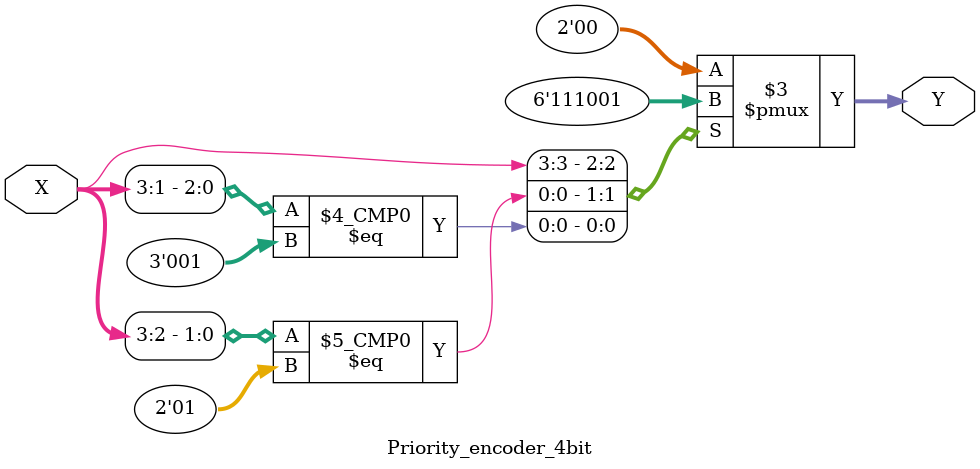
<source format=v>

module Priority_encoder_4bit (X,Y);

    input [3:0] X;
    output reg [1:0] Y;

always @(*) begin
   casex(X)
    'b1xxx: Y = 'b11;
    'b01xx: Y = 'b10;
    'b001x: Y = 'b01;
    default: Y = 'b00;
    endcase
     
end
    
endmodule
</source>
